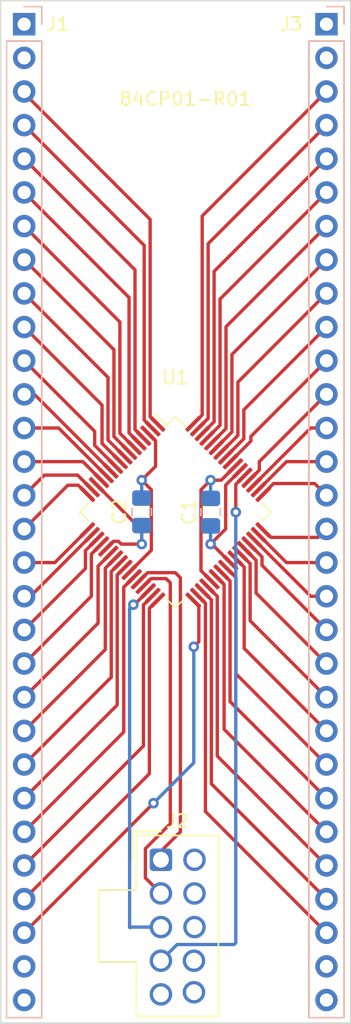
<source format=kicad_pcb>
(kicad_pcb (version 20221018) (generator pcbnew)
  (layers (0 "F.Cu" signal) (1 "In1.Cu" signal) (2 "In2.Cu" signal) (31 "B.Cu" signal) (34 "B.Paste" user) (35 "F.Paste" user) (36 "B.SilkS" user "B.Silkscreen") (37 "F.SilkS" user "F.Silkscreen") (38 "B.Mask" user) (39 "F.Mask" user) (44 "Edge.Cuts" user))
  (net 0 "")
  (net 1 "VCC")
  (net 2 "/J1-3")
  (net 3 "/J1-4")
  (net 4 "/J1-5")
  (net 5 "/J1-6")
  (net 6 "/J1-7")
  (net 7 "/J1-8")
  (net 8 "/J1-9")
  (net 9 "/J1-10")
  (net 10 "GND")
  (net 11 "/J1-11")
  (net 12 "/J1-12")
  (net 13 "/J1-13")
  (net 14 "/J1-14")
  (net 15 "/J1-15")
  (net 16 "/J1-16")
  (net 17 "/J1-17")
  (net 18 "/J1-18")
  (net 19 "/J1-19")
  (net 20 "/J1-20")
  (net 21 "/J1-21")
  (net 22 "/J1-22")
  (net 23 "/J1-23")
  (net 24 "/J1-24")
  (net 25 "/J1-25")
  (net 26 "/J1-26")
  (net 27 "/J1-27")
  (net 28 "/J1-28")
  (net 29 "Net-(J2-Pin_1)")
  (net 30 "Net-(J2-Pin_3)")
  (net 31 "Net-(J2-Pin_5)")
  (net 32 "Net-(J2-Pin_7)")
  (net 33 "/J2-3")
  (net 34 "/J2-4")
  (net 35 "/J2-5")
  (net 36 "/J2-6")
  (net 37 "/J2-7")
  (net 38 "/J2-8")
  (net 39 "/J2-9")
  (net 40 "/J2-10")
  (net 41 "/J2-11")
  (net 42 "/J2-12")
  (net 43 "/J2-13")
  (net 44 "/J2-14")
  (net 45 "/J2-15")
  (net 46 "/J2-16")
  (net 47 "/J2-17")
  (net 48 "/J2-18")
  (net 49 "/J2-19")
  (net 50 "/J2-20")
  (net 51 "/J2-21")
  (net 52 "/J2-22")
  (net 53 "/J2-23")
  (net 54 "/J2-24")
  (net 55 "/J2-25")
  (net 56 "/J2-26")
  (net 57 "/J2-27")
  (net 58 "/J2-28")
  (footprint "Connector_Molex:Molex_Nano-Fit_105310-xx10_2x05_P2.50mm_Vertical" (layer "F.Cu") (at 108.13 115.904)
    (fp_text reference "J2" (at 1.25 -2.92) (layer "F.SilkS"))
    (fp_text value "Conn_02x05_Odd_Even" hide)
    (fp_line (start -4.71 2.29) (end -4.71 5) (stroke (width 0.12)) (layer "F.SilkS"))
    (fp_line (start -4.71 7.71) (end -4.71 5) (stroke (width 0.12)) (layer "F.SilkS"))
    (fp_line (start -2.15 -2.13) (end -2.15 0) (stroke (width 0.12)) (layer "F.SilkS"))
    (fp_line (start -1.85 -1.83) (end -1.85 2.29) (stroke (width 0.12)) (layer "F.SilkS"))
    (fp_line (start -1.85 2.29) (end -4.71 2.29) (stroke (width 0.12)) (layer "F.SilkS"))
    (fp_line (start -1.85 7.71) (end -4.71 7.71) (stroke (width 0.12)) (layer "F.SilkS"))
    (fp_line (start -1.85 11.83) (end -1.85 7.71) (stroke (width 0.12)) (layer "F.SilkS"))
    (fp_line (start 0 -2.13) (end -2.15 -2.13) (stroke (width 0.12)) (layer "F.SilkS"))
    (fp_line (start 4.35 -1.83) (end -1.85 -1.83) (stroke (width 0.12)) (layer "F.SilkS"))
    (fp_line (start 4.35 5) (end 4.35 -1.83) (stroke (width 0.12)) (layer "F.SilkS"))
    (fp_line (start 4.35 5) (end 4.35 11.83) (stroke (width 0.12)) (layer "F.SilkS"))
    (fp_line (start 4.35 11.83) (end -1.85 11.83) (stroke (width 0.12)) (layer "F.SilkS"))
    (pad "" np_thru_hole circle (at -1.34 3.75) (size 1.3 1.3) (drill 1.3) (layers "*.Cu" "*.Mask"))
    (pad "1" thru_hole roundrect (at 0 0) (size 1.7 1.7) (drill 1.2) (layers "*.Cu" "*.Mask") (roundrect_rratio 0.1470588235) (net 29 "Net-(J2-Pin_1)"))
    (pad "2" thru_hole circle (at 2.54 0) (size 1.7 1.7) (drill 1.2) (layers "*.Cu" "*.Mask") (net 10 "GND"))
    (pad "3" thru_hole circle (at 0 2.54) (size 1.7 1.7) (drill 1.2) (layers "*.Cu" "*.Mask") (net 30 "Net-(J2-Pin_3)"))
    (pad "4" thru_hole circle (at 2.54 2.54) (size 1.7 1.7) (drill 1.2) (layers "*.Cu" "*.Mask") (net 10 "GND"))
    (pad "5" thru_hole circle (at 0 5.08) (size 1.7 1.7) (drill 1.2) (layers "*.Cu" "*.Mask") (net 31 "Net-(J2-Pin_5)"))
    (pad "6" thru_hole circle (at 2.54 5.08) (size 1.7 1.7) (drill 1.2) (layers "*.Cu" "*.Mask") (net 10 "GND"))
    (pad "7" thru_hole circle (at 0 7.62) (size 1.7 1.7) (drill 1.2) (layers "*.Cu" "*.Mask") (net 32 "Net-(J2-Pin_7)"))
    (pad "8" thru_hole circle (at 2.5 7.62) (size 1.7 1.7) (drill 1.2) (layers "*.Cu" "*.Mask") (net 10 "GND"))
    (pad "9" thru_hole circle (at 0 10.16) (size 1.7 1.7) (drill 1.2) (layers "*.Cu" "*.Mask") (net 10 "GND"))
    (pad "10" thru_hole circle (at 2.5 10) (size 1.7 1.7) (drill 1.2) (layers "*.Cu" "*.Mask") (net 10 "GND"))
  )
  (footprint "Package_QFP:TQFP-64_10x10mm_P0.5mm" (layer "F.Cu") (at 109.22 89.662 -45)
    (fp_text reference "U1" (at -7.184205 -7.184205) (layer "F.SilkS"))
    (fp_text value "XC9572XL-VQ64")
    (fp_line (start -5.11 -5.11) (end -5.11 -4.16) (stroke (width 0.12)) (layer "F.SilkS"))
    (fp_line (start -5.11 -4.16) (end -6.4 -4.16) (stroke (width 0.12)) (layer "F.SilkS"))
    (fp_line (start -5.11 5.11) (end -5.11 4.16) (stroke (width 0.12)) (layer "F.SilkS"))
    (fp_line (start -4.16 -5.11) (end -5.11 -5.11) (stroke (width 0.12)) (layer "F.SilkS"))
    (fp_line (start -4.16 5.11) (end -5.11 5.11) (stroke (width 0.12)) (layer "F.SilkS"))
    (fp_line (start 4.16 -5.11) (end 5.11 -5.11) (stroke (width 0.12)) (layer "F.SilkS"))
    (fp_line (start 4.16 5.11) (end 5.11 5.11) (stroke (width 0.12)) (layer "F.SilkS"))
    (fp_line (start 5.11 -5.11) (end 5.11 -4.16) (stroke (width 0.12)) (layer "F.SilkS"))
    (fp_line (start 5.11 5.11) (end 5.11 4.16) (stroke (width 0.12)) (layer "F.SilkS"))
    (pad "1" smd roundrect (at -5.6625 -3.75 315) (size 1.475 0.3) (layers "F.Cu" "F.Paste" "F.Mask") (net 2 "/J1-3"))
    (pad "2" smd roundrect (at -5.6625 -3.25 315) (size 1.475 0.3) (layers "F.Cu" "F.Paste" "F.Mask") (net 3 "/J1-4"))
    (pad "3" smd roundrect (at -5.6625 -2.75 315) (size 1.475 0.3) (layers "F.Cu" "F.Paste" "F.Mask") (net 1 "VCC"))
    (pad "4" smd roundrect (at -5.6625 -2.25 315) (size 1.475 0.3) (layers "F.Cu" "F.Paste" "F.Mask") (net 4 "/J1-5"))
    (pad "5" smd roundrect (at -5.6625 -1.75 315) (size 1.475 0.3) (layers "F.Cu" "F.Paste" "F.Mask") (net 5 "/J1-6"))
    (pad "6" smd roundrect (at -5.6625 -1.25 315) (size 1.475 0.3) (layers "F.Cu" "F.Paste" "F.Mask") (net 6 "/J1-7"))
    (pad "7" smd roundrect (at -5.6625 -0.75 315) (size 1.475 0.3) (layers "F.Cu" "F.Paste" "F.Mask") (net 7 "/J1-8"))
    (pad "8" smd roundrect (at -5.6625 -0.25 315) (size 1.475 0.3) (layers "F.Cu" "F.Paste" "F.Mask") (net 8 "/J1-9"))
    (pad "9" smd roundrect (at -5.6625 0.25 315) (size 1.475 0.3) (layers "F.Cu" "F.Paste" "F.Mask") (net 9 "/J1-10"))
    (pad "10" smd roundrect (at -5.6625 0.75 315) (size 1.475 0.3) (layers "F.Cu" "F.Paste" "F.Mask") (net 11 "/J1-11"))
    (pad "11" smd roundrect (at -5.6625 1.25 315) (size 1.475 0.3) (layers "F.Cu" "F.Paste" "F.Mask") (net 12 "/J1-12"))
    (pad "12" smd roundrect (at -5.6625 1.75 315) (size 1.475 0.3) (layers "F.Cu" "F.Paste" "F.Mask") (net 13 "/J1-13"))
    (pad "13" smd roundrect (at -5.6625 2.25 315) (size 1.475 0.3) (layers "F.Cu" "F.Paste" "F.Mask") (net 14 "/J1-14"))
    (pad "14" smd roundrect (at -5.6625 2.75 315) (size 1.475 0.3) (layers "F.Cu" "F.Paste" "F.Mask") (net 10 "GND"))
    (pad "15" smd roundrect (at -5.6625 3.25 315) (size 1.475 0.3) (layers "F.Cu" "F.Paste" "F.Mask") (net 15 "/J1-15"))
    (pad "16" smd roundrect (at -5.6625 3.75 315) (size 1.475 0.3) (layers "F.Cu" "F.Paste" "F.Mask") (net 16 "/J1-16"))
    (pad "17" smd roundrect (at -3.75 5.6625 315) (size 0.3 1.475) (layers "F.Cu" "F.Paste" "F.Mask") (net 17 "/J1-17"))
    (pad "18" smd roundrect (at -3.25 5.6625 315) (size 0.3 1.475) (layers "F.Cu" "F.Paste" "F.Mask") (net 18 "/J1-18"))
    (pad "19" smd roundrect (at -2.75 5.6625 315) (size 0.3 1.475) (layers "F.Cu" "F.Paste" "F.Mask") (net 19 "/J1-19"))
    (pad "20" smd roundrect (at -2.25 5.6625 315) (size 0.3 1.475) (layers "F.Cu" "F.Paste" "F.Mask") (net 20 "/J1-20"))
    (pad "21" smd roundrect (at -1.75 5.6625 315) (size 0.3 1.475) (layers "F.Cu" "F.Paste" "F.Mask") (net 10 "GND"))
    (pad "22" smd roundrect (at -1.25 5.6625 315) (size 0.3 1.475) (layers "F.Cu" "F.Paste" "F.Mask") (net 21 "/J1-21"))
    (pad "23" smd roundrect (at -0.75 5.6625 315) (size 0.3 1.475) (layers "F.Cu" "F.Paste" "F.Mask") (net 22 "/J1-22"))
    (pad "24" smd roundrect (at -0.25 5.6625 315) (size 0.3 1.475) (layers "F.Cu" "F.Paste" "F.Mask") (net 23 "/J1-23"))
    (pad "25" smd roundrect (at 0.25 5.6625 315) (size 0.3 1.475) (layers "F.Cu" "F.Paste" "F.Mask") (net 24 "/J1-24"))
    (pad "26" smd roundrect (at 0.75 5.6625 315) (size 0.3 1.475) (layers "F.Cu" "F.Paste" "F.Mask") (net 1 "VCC"))
    (pad "27" smd roundrect (at 1.25 5.6625 315) (size 0.3 1.475) (layers "F.Cu" "F.Paste" "F.Mask") (net 25 "/J1-25"))
    (pad "28" smd roundrect (at 1.75 5.6625 315) (size 0.3 1.475) (layers "F.Cu" "F.Paste" "F.Mask") (net 29 "Net-(J2-Pin_1)"))
    (pad "29" smd roundrect (at 2.25 5.6625 315) (size 0.3 1.475) (layers "F.Cu" "F.Paste" "F.Mask") (net 30 "Net-(J2-Pin_3)"))
    (pad "30" smd roundrect (at 2.75 5.6625 315) (size 0.3 1.475) (layers "F.Cu" "F.Paste" "F.Mask") (net 31 "Net-(J2-Pin_5)"))
    (pad "31" smd roundrect (at 3.25 5.6625 315) (size 0.3 1.475) (layers "F.Cu" "F.Paste" "F.Mask") (net 26 "/J1-26"))
    (pad "32" smd roundrect (at 3.75 5.6625 315) (size 0.3 1.475) (layers "F.Cu" "F.Paste" "F.Mask") (net 27 "/J1-27"))
    (pad "33" smd roundrect (at 5.6625 3.75 315) (size 1.475 0.3) (layers "F.Cu" "F.Paste" "F.Mask") (net 28 "/J1-28"))
    (pad "34" smd roundrect (at 5.6625 3.25 315) (size 1.475 0.3) (layers "F.Cu" "F.Paste" "F.Mask") (net 58 "/J2-28"))
    (pad "35" smd roundrect (at 5.6625 2.75 315) (size 1.475 0.3) (layers "F.Cu" "F.Paste" "F.Mask") (net 57 "/J2-27"))
    (pad "36" smd roundrect (at 5.6625 2.25 315) (size 1.475 0.3) (layers "F.Cu" "F.Paste" "F.Mask") (net 56 "/J2-26"))
    (pad "37" smd roundrect (at 5.6625 1.75 315) (size 1.475 0.3) (layers "F.Cu" "F.Paste" "F.Mask") (net 1 "VCC"))
    (pad "38" smd roundrect (at 5.6625 1.25 315) (size 1.475 0.3) (layers "F.Cu" "F.Paste" "F.Mask") (net 55 "/J2-25"))
    (pad "39" smd roundrect (at 5.6625 0.75 315) (size 1.475 0.3) (layers "F.Cu" "F.Paste" "F.Mask") (net 54 "/J2-24"))
    (pad "40" smd roundrect (at 5.6625 0.25 315) (size 1.475 0.3) (layers "F.Cu" "F.Paste" "F.Mask") (net 53 "/J2-23"))
    (pad "41" smd roundrect (at 5.6625 -0.25 315) (size 1.475 0.3) (layers "F.Cu" "F.Paste" "F.Mask") (net 10 "GND"))
    (pad "42" smd roundrect (at 5.6625 -0.75 315) (size 1.475 0.3) (layers "F.Cu" "F.Paste" "F.Mask") (net 52 "/J2-22"))
    (pad "43" smd roundrect (at 5.6625 -1.25 315) (size 1.475 0.3) (layers "F.Cu" "F.Paste" "F.Mask") (net 51 "/J2-21"))
    (pad "44" smd roundrect (at 5.6625 -1.75 315) (size 1.475 0.3) (layers "F.Cu" "F.Paste" "F.Mask") (net 50 "/J2-20"))
    (pad "45" smd roundrect (at 5.6625 -2.25 315) (size 1.475 0.3) (layers "F.Cu" "F.Paste" "F.Mask") (net 49 "/J2-19"))
    (pad "46" smd roundrect (at 5.6625 -2.75 315) (size 1.475 0.3) (layers "F.Cu" "F.Paste" "F.Mask") (net 48 "/J2-18"))
    (pad "47" smd roundrect (at 5.6625 -3.25 315) (size 1.475 0.3) (layers "F.Cu" "F.Paste" "F.Mask") (net 47 "/J2-17"))
    (pad "48" smd roundrect (at 5.6625 -3.75 315) (size 1.475 0.3) (layers "F.Cu" "F.Paste" "F.Mask") (net 46 "/J2-16"))
    (pad "49" smd roundrect (at 3.75 -5.6625 315) (size 0.3 1.475) (layers "F.Cu" "F.Paste" "F.Mask") (net 45 "/J2-15"))
    (pad "50" smd roundrect (at 3.25 -5.6625 315) (size 0.3 1.475) (layers "F.Cu" "F.Paste" "F.Mask") (net 44 "/J2-14"))
    (pad "51" smd roundrect (at 2.75 -5.6625 315) (size 0.3 1.475) (layers "F.Cu" "F.Paste" "F.Mask") (net 43 "/J2-13"))
    (pad "52" smd roundrect (at 2.25 -5.6625 315) (size 0.3 1.475) (layers "F.Cu" "F.Paste" "F.Mask") (net 42 "/J2-12"))
    (pad "53" smd roundrect (at 1.75 -5.6625 315) (size 0.3 1.475) (layers "F.Cu" "F.Paste" "F.Mask") (net 32 "Net-(J2-Pin_7)"))
    (pad "54" smd roundrect (at 1.25 -5.6625 315) (size 0.3 1.475) (layers "F.Cu" "F.Paste" "F.Mask") (net 10 "GND"))
    (pad "55" smd roundrect (at 0.75 -5.6625 315) (size 0.3 1.475) (layers "F.Cu" "F.Paste" "F.Mask") (net 1 "VCC"))
    (pad "56" smd roundrect (at 0.25 -5.6625 315) (size 0.3 1.475) (layers "F.Cu" "F.Paste" "F.Mask") (net 41 "/J2-11"))
    (pad "57" smd roundrect (at -0.25 -5.6625 315) (size 0.3 1.475) (layers "F.Cu" "F.Paste" "F.Mask") (net 40 "/J2-10"))
    (pad "58" smd roundrect (at -0.75 -5.6625 315) (size 0.3 1.475) (layers "F.Cu" "F.Paste" "F.Mask") (net 39 "/J2-9"))
    (pad "59" smd roundrect (at -1.25 -5.6625 315) (size 0.3 1.475) (layers "F.Cu" "F.Paste" "F.Mask") (net 38 "/J2-8"))
    (pad "60" smd roundrect (at -1.75 -5.6625 315) (size 0.3 1.475) (layers "F.Cu" "F.Paste" "F.Mask") (net 37 "/J2-7"))
    (pad "61" smd roundrect (at -2.25 -5.6625 315) (size 0.3 1.475) (layers "F.Cu" "F.Paste" "F.Mask") (net 36 "/J2-6"))
    (pad "62" smd roundrect (at -2.75 -5.6625 315) (size 0.3 1.475) (layers "F.Cu" "F.Paste" "F.Mask") (net 35 "/J2-5"))
    (pad "63" smd roundrect (at -3.25 -5.6625 315) (size 0.3 1.475) (layers "F.Cu" "F.Paste" "F.Mask") (net 34 "/J2-4"))
    (pad "64" smd roundrect (at -3.75 -5.6625 315) (size 0.3 1.475) (layers "F.Cu" "F.Paste" "F.Mask") (net 33 "/J2-3"))
  )
  (footprint "Capacitor_SMD:C_0805_2012Metric_Pad1.18x1.45mm_HandSolder" (layer "B.Cu") (at 106.68 89.6405 -90)
    (fp_text reference "C2" (at 0 1.68 -270) (layer "F.SilkS"))
    (fp_text value "C_Small" hide)
    (fp_line (start -0.261252 -0.735) (end 0.261252 -0.735) (stroke (width 0.12)) (layer "B.SilkS"))
    (fp_line (start -0.261252 0.735) (end 0.261252 0.735) (stroke (width 0.12)) (layer "B.SilkS"))
    (pad "1" smd roundrect (at -1.0375 0 270) (size 1.175 1.45) (layers "B.Cu" "B.Paste" "B.Mask") (roundrect_rratio 0.2127659574) (net 1 "VCC"))
    (pad "2" smd roundrect (at 1.0375 0 270) (size 1.175 1.45) (layers "B.Cu" "B.Paste" "B.Mask") (roundrect_rratio 0.2127659574) (net 10 "GND"))
  )
  (footprint "Capacitor_SMD:C_0805_2012Metric_Pad1.18x1.45mm_HandSolder" (layer "B.Cu") (at 111.887 89.662 -90)
    (fp_text reference "C1" (at 0 1.651 -270) (layer "F.SilkS"))
    (fp_text value "C_Small" hide)
    (fp_line (start -0.261252 -0.735) (end 0.261252 -0.735) (stroke (width 0.12)) (layer "B.SilkS"))
    (fp_line (start -0.261252 0.735) (end 0.261252 0.735) (stroke (width 0.12)) (layer "B.SilkS"))
    (pad "1" smd roundrect (at -1.0375 0 270) (size 1.175 1.45) (layers "B.Cu" "B.Paste" "B.Mask") (roundrect_rratio 0.2127659574) (net 1 "VCC"))
    (pad "2" smd roundrect (at 1.0375 0 270) (size 1.175 1.45) (layers "B.Cu" "B.Paste" "B.Mask") (roundrect_rratio 0.2127659574) (net 10 "GND"))
  )
  (footprint "Connector_PinHeader_2.54mm:PinHeader_1x30_P2.54mm_Vertical" (layer "B.Cu") (at 120.65 52.832 180)
    (fp_text reference "J3" (at 2.667 0) (layer "F.SilkS"))
    (fp_text value "Conn_01x30" hide)
    (fp_line (start -1.33 -74.99) (end 1.33 -74.99) (stroke (width 0.12)) (layer "B.SilkS"))
    (fp_line (start -1.33 -1.27) (end -1.33 -74.99) (stroke (width 0.12)) (layer "B.SilkS"))
    (fp_line (start -1.33 -1.27) (end 1.33 -1.27) (stroke (width 0.12)) (layer "B.SilkS"))
    (fp_line (start -1.33 0) (end -1.33 1.33) (stroke (width 0.12)) (layer "B.SilkS"))
    (fp_line (start -1.33 1.33) (end 0 1.33) (stroke (width 0.12)) (layer "B.SilkS"))
    (fp_line (start 1.33 -1.27) (end 1.33 -74.99) (stroke (width 0.12)) (layer "B.SilkS"))
    (pad "1" thru_hole rect (at 0 0 180) (size 1.7 1.7) (drill 1) (layers "*.Cu" "*.Mask") (net 1 "VCC"))
    (pad "2" thru_hole oval (at 0 -2.54 180) (size 1.7 1.7) (drill 1) (layers "*.Cu" "*.Mask") (net 1 "VCC"))
    (pad "3" thru_hole oval (at 0 -5.08 180) (size 1.7 1.7) (drill 1) (layers "*.Cu" "*.Mask") (net 33 "/J2-3"))
    (pad "4" thru_hole oval (at 0 -7.62 180) (size 1.7 1.7) (drill 1) (layers "*.Cu" "*.Mask") (net 34 "/J2-4"))
    (pad "5" thru_hole oval (at 0 -10.16 180) (size 1.7 1.7) (drill 1) (layers "*.Cu" "*.Mask") (net 35 "/J2-5"))
    (pad "6" thru_hole oval (at 0 -12.7 180) (size 1.7 1.7) (drill 1) (layers "*.Cu" "*.Mask") (net 36 "/J2-6"))
    (pad "7" thru_hole oval (at 0 -15.24 180) (size 1.7 1.7) (drill 1) (layers "*.Cu" "*.Mask") (net 37 "/J2-7"))
    (pad "8" thru_hole oval (at 0 -17.78 180) (size 1.7 1.7) (drill 1) (layers "*.Cu" "*.Mask") (net 38 "/J2-8"))
    (pad "9" thru_hole oval (at 0 -20.32 180) (size 1.7 1.7) (drill 1) (layers "*.Cu" "*.Mask") (net 39 "/J2-9"))
    (pad "10" thru_hole oval (at 0 -22.86 180) (size 1.7 1.7) (drill 1) (layers "*.Cu" "*.Mask") (net 40 "/J2-10"))
    (pad "11" thru_hole oval (at 0 -25.4 180) (size 1.7 1.7) (drill 1) (layers "*.Cu" "*.Mask") (net 41 "/J2-11"))
    (pad "12" thru_hole oval (at 0 -27.94 180) (size 1.7 1.7) (drill 1) (layers "*.Cu" "*.Mask") (net 42 "/J2-12"))
    (pad "13" thru_hole oval (at 0 -30.48 180) (size 1.7 1.7) (drill 1) (layers "*.Cu" "*.Mask") (net 43 "/J2-13"))
    (pad "14" thru_hole oval (at 0 -33.02 180) (size 1.7 1.7) (drill 1) (layers "*.Cu" "*.Mask") (net 44 "/J2-14"))
    (pad "15" thru_hole oval (at 0 -35.56 180) (size 1.7 1.7) (drill 1) (layers "*.Cu" "*.Mask") (net 45 "/J2-15"))
    (pad "16" thru_hole oval (at 0 -38.1 180) (size 1.7 1.7) (drill 1) (layers "*.Cu" "*.Mask") (net 46 "/J2-16"))
    (pad "17" thru_hole oval (at 0 -40.64 180) (size 1.7 1.7) (drill 1) (layers "*.Cu" "*.Mask") (net 47 "/J2-17"))
    (pad "18" thru_hole oval (at 0 -43.18 180) (size 1.7 1.7) (drill 1) (layers "*.Cu" "*.Mask") (net 48 "/J2-18"))
    (pad "19" thru_hole oval (at 0 -45.72 180) (size 1.7 1.7) (drill 1) (layers "*.Cu" "*.Mask") (net 49 "/J2-19"))
    (pad "20" thru_hole oval (at 0 -48.26 180) (size 1.7 1.7) (drill 1) (layers "*.Cu" "*.Mask") (net 50 "/J2-20"))
    (pad "21" thru_hole oval (at 0 -50.8 180) (size 1.7 1.7) (drill 1) (layers "*.Cu" "*.Mask") (net 51 "/J2-21"))
    (pad "22" thru_hole oval (at 0 -53.34 180) (size 1.7 1.7) (drill 1) (layers "*.Cu" "*.Mask") (net 52 "/J2-22"))
    (pad "23" thru_hole oval (at 0 -55.88 180) (size 1.7 1.7) (drill 1) (layers "*.Cu" "*.Mask") (net 53 "/J2-23"))
    (pad "24" thru_hole oval (at 0 -58.42 180) (size 1.7 1.7) (drill 1) (layers "*.Cu" "*.Mask") (net 54 "/J2-24"))
    (pad "25" thru_hole oval (at 0 -60.96 180) (size 1.7 1.7) (drill 1) (layers "*.Cu" "*.Mask") (net 55 "/J2-25"))
    (pad "26" thru_hole oval (at 0 -63.5 180) (size 1.7 1.7) (drill 1) (layers "*.Cu" "*.Mask") (net 56 "/J2-26"))
    (pad "27" thru_hole oval (at 0 -66.04 180) (size 1.7 1.7) (drill 1) (layers "*.Cu" "*.Mask") (net 57 "/J2-27"))
    (pad "28" thru_hole oval (at 0 -68.58 180) (size 1.7 1.7) (drill 1) (layers "*.Cu" "*.Mask") (net 58 "/J2-28"))
    (pad "29" thru_hole oval (at 0 -71.12 180) (size 1.7 1.7) (drill 1) (layers "*.Cu" "*.Mask") (net 10 "GND"))
    (pad "30" thru_hole oval (at 0 -73.66 180) (size 1.7 1.7) (drill 1) (layers "*.Cu" "*.Mask") (net 10 "GND"))
  )
  (footprint "Connector_PinHeader_2.54mm:PinHeader_1x30_P2.54mm_Vertical" (layer "B.Cu") (at 97.79 52.832 180)
    (fp_text reference "J1" (at -2.54 0) (layer "F.SilkS"))
    (fp_text value "Conn_01x30" hide)
    (fp_line (start -1.33 -74.99) (end 1.33 -74.99) (stroke (width 0.12)) (layer "B.SilkS"))
    (fp_line (start -1.33 -1.27) (end -1.33 -74.99) (stroke (width 0.12)) (layer "B.SilkS"))
    (fp_line (start -1.33 -1.27) (end 1.33 -1.27) (stroke (width 0.12)) (layer "B.SilkS"))
    (fp_line (start -1.33 0) (end -1.33 1.33) (stroke (width 0.12)) (layer "B.SilkS"))
    (fp_line (start -1.33 1.33) (end 0 1.33) (stroke (width 0.12)) (layer "B.SilkS"))
    (fp_line (start 1.33 -1.27) (end 1.33 -74.99) (stroke (width 0.12)) (layer "B.SilkS"))
    (pad "1" thru_hole rect (at 0 0 180) (size 1.7 1.7) (drill 1) (layers "*.Cu" "*.Mask") (net 1 "VCC"))
    (pad "2" thru_hole oval (at 0 -2.54 180) (size 1.7 1.7) (drill 1) (layers "*.Cu" "*.Mask") (net 1 "VCC"))
    (pad "3" thru_hole oval (at 0 -5.08 180) (size 1.7 1.7) (drill 1) (layers "*.Cu" "*.Mask") (net 2 "/J1-3"))
    (pad "4" thru_hole oval (at 0 -7.62 180) (size 1.7 1.7) (drill 1) (layers "*.Cu" "*.Mask") (net 3 "/J1-4"))
    (pad "5" thru_hole oval (at 0 -10.16 180) (size 1.7 1.7) (drill 1) (layers "*.Cu" "*.Mask") (net 4 "/J1-5"))
    (pad "6" thru_hole oval (at 0 -12.7 180) (size 1.7 1.7) (drill 1) (layers "*.Cu" "*.Mask") (net 5 "/J1-6"))
    (pad "7" thru_hole oval (at 0 -15.24 180) (size 1.7 1.7) (drill 1) (layers "*.Cu" "*.Mask") (net 6 "/J1-7"))
    (pad "8" thru_hole oval (at 0 -17.78 180) (size 1.7 1.7) (drill 1) (layers "*.Cu" "*.Mask") (net 7 "/J1-8"))
    (pad "9" thru_hole oval (at 0 -20.32 180) (size 1.7 1.7) (drill 1) (layers "*.Cu" "*.Mask") (net 8 "/J1-9"))
    (pad "10" thru_hole oval (at 0 -22.86 180) (size 1.7 1.7) (drill 1) (layers "*.Cu" "*.Mask") (net 9 "/J1-10"))
    (pad "11" thru_hole oval (at 0 -25.4 180) (size 1.7 1.7) (drill 1) (layers "*.Cu" "*.Mask") (net 11 "/J1-11"))
    (pad "12" thru_hole oval (at 0 -27.94 180) (size 1.7 1.7) (drill 1) (layers "*.Cu" "*.Mask") (net 12 "/J1-12"))
    (pad "13" thru_hole oval (at 0 -30.48 180) (size 1.7 1.7) (drill 1) (layers "*.Cu" "*.Mask") (net 13 "/J1-13"))
    (pad "14" thru_hole oval (at 0 -33.02 180) (size 1.7 1.7) (drill 1) (layers "*.Cu" "*.Mask") (net 14 "/J1-14"))
    (pad "15" thru_hole oval (at 0 -35.56 180) (size 1.7 1.7) (drill 1) (layers "*.Cu" "*.Mask") (net 15 "/J1-15"))
    (pad "16" thru_hole oval (at 0 -38.1 180) (size 1.7 1.7) (drill 1) (layers "*.Cu" "*.Mask") (net 16 "/J1-16"))
    (pad "17" thru_hole oval (at 0 -40.64 180) (size 1.7 1.7) (drill 1) (layers "*.Cu" "*.Mask") (net 17 "/J1-17"))
    (pad "18" thru_hole oval (at 0 -43.18 180) (size 1.7 1.7) (drill 1) (layers "*.Cu" "*.Mask") (net 18 "/J1-18"))
    (pad "19" thru_hole oval (at 0 -45.72 180) (size 1.7 1.7) (drill 1) (layers "*.Cu" "*.Mask") (net 19 "/J1-19"))
    (pad "20" thru_hole oval (at 0 -48.26 180) (size 1.7 1.7) (drill 1) (layers "*.Cu" "*.Mask") (net 20 "/J1-20"))
    (pad "21" thru_hole oval (at 0 -50.8 180) (size 1.7 1.7) (drill 1) (layers "*.Cu" "*.Mask") (net 21 "/J1-21"))
    (pad "22" thru_hole oval (at 0 -53.34 180) (size 1.7 1.7) (drill 1) (layers "*.Cu" "*.Mask") (net 22 "/J1-22"))
    (pad "23" thru_hole oval (at 0 -55.88 180) (size 1.7 1.7) (drill 1) (layers "*.Cu" "*.Mask") (net 23 "/J1-23"))
    (pad "24" thru_hole oval (at 0 -58.42 180) (size 1.7 1.7) (drill 1) (layers "*.Cu" "*.Mask") (net 24 "/J1-24"))
    (pad "25" thru_hole oval (at 0 -60.96 180) (size 1.7 1.7) (drill 1) (layers "*.Cu" "*.Mask") (net 25 "/J1-25"))
    (pad "26" thru_hole oval (at 0 -63.5 180) (size 1.7 1.7) (drill 1) (layers "*.Cu" "*.Mask") (net 26 "/J1-26"))
    (pad "27" thru_hole oval (at 0 -66.04 180) (size 1.7 1.7) (drill 1) (layers "*.Cu" "*.Mask") (net 27 "/J1-27"))
    (pad "28" thru_hole oval (at 0 -68.58 180) (size 1.7 1.7) (drill 1) (layers "*.Cu" "*.Mask") (net 28 "/J1-28"))
    (pad "29" thru_hole oval (at 0 -71.12 180) (size 1.7 1.7) (drill 1) (layers "*.Cu" "*.Mask") (net 10 "GND"))
    (pad "30" thru_hole oval (at 0 -73.66 180) (size 1.7 1.7) (drill 1) (layers "*.Cu" "*.Mask") (net 10 "GND"))
  )
  (gr_rect (start 96.012 51.054) (end 122.479 128.232) (stroke (width 0.1)) (fill none) (layer "Edge.Cuts"))
  (gr_text "84CP01-R01" (at 104.902 59.055) (layer "F.SilkS") (effects (font (size 1 1)) (justify left bottom)))
  (segment (start 112.69366 87.249) (end 113.754322 86.188338) (width 0.25) (layer "F.Cu") (net 1))
  (segment (start 105.746338 94.196322) (end 107.405 92.53766) (width 0.25) (layer "F.Cu") (net 1))
  (segment (start 111.887 87.249) (end 112.69366 87.249) (width 0.25) (layer "F.Cu") (net 1))
  (segment (start 111.162 87.974) (end 111.887 87.249) (width 0.25) (layer "F.Cu") (net 1))
  (segment (start 107.728489 86.200511) (end 107.728489 84.281402) (width 0.25) (layer "F.Cu") (net 1))
  (segment (start 111.986555 94.903429) (end 111.162 94.078874) (width 0.25) (layer "F.Cu") (net 1))
  (segment (start 111.162 94.078874) (end 111.162 87.974) (width 0.25) (layer "F.Cu") (net 1))
  (segment (start 106.68 87.249) (end 107.728489 86.200511) (width 0.25) (layer "F.Cu") (net 1))
  (segment (start 107.405 87.974) (end 106.68 87.249) (width 0.25) (layer "F.Cu") (net 1))
  (segment (start 107.728489 84.281402) (end 107.160551 83.713464) (width 0.25) (layer "F.Cu") (net 1))
  (segment (start 107.405 92.53766) (end 107.405 87.974) (width 0.25) (layer "F.Cu") (net 1))
  (via (at 106.68 87.249) (size 0.8) (drill 0.4) (layers "F.Cu" "B.Cu") (net 1))
  (via (at 111.887 87.249) (size 0.8) (drill 0.4) (layers "F.Cu" "B.Cu") (net 1))
  (segment (start 111.887 88.6245) (end 111.887 87.249) (width 0.25) (layer "B.Cu") (net 1))
  (segment (start 106.68 87.249) (end 106.68 88.603) (width 0.25) (layer "B.Cu") (net 1))
  (segment (start 97.79 58.039) (end 97.79 57.912) (width 0.25) (layer "F.Cu") (net 2))
  (segment (start 107.315 67.564) (end 97.79 58.039) (width 0.25) (layer "F.Cu") (net 2))
  (segment (start 107.867658 83.006357) (end 107.315 82.453699) (width 0.25) (layer "F.Cu") (net 2))
  (segment (start 107.315 82.453699) (end 107.315 67.564) (width 0.25) (layer "F.Cu") (net 2))
  (segment (start 107.514105 83.359911) (end 106.865 82.710806) (width 0.25) (layer "F.Cu") (net 3))
  (segment (start 106.865 69.527) (end 97.79 60.452) (width 0.25) (layer "F.Cu") (net 3))
  (segment (start 106.865 82.710806) (end 106.865 69.527) (width 0.25) (layer "F.Cu") (net 3))
  (segment (start 106.172 71.374) (end 97.79 62.992) (width 0.25) (layer "F.Cu") (net 4))
  (segment (start 106.806998 84.067018) (end 106.172 83.43202) (width 0.25) (layer "F.Cu") (net 4))
  (segment (start 106.172 83.43202) (end 106.172 71.374) (width 0.25) (layer "F.Cu") (net 4))
  (segment (start 105.722 83.689126) (end 105.722 73.464) (width 0.25) (layer "F.Cu") (net 5))
  (segment (start 106.453445 84.420571) (end 105.722 83.689126) (width 0.25) (layer "F.Cu") (net 5))
  (segment (start 105.722 73.464) (end 97.79 65.532) (width 0.25) (layer "F.Cu") (net 5))
  (segment (start 105.029 83.703233) (end 105.029 75.311) (width 0.25) (layer "F.Cu") (net 6))
  (segment (start 105.029 75.311) (end 97.79 68.072) (width 0.25) (layer "F.Cu") (net 6))
  (segment (start 106.099891 84.774124) (end 105.029 83.703233) (width 0.25) (layer "F.Cu") (net 6))
  (segment (start 105.746338 85.127678) (end 104.579 83.96034) (width 0.25) (layer "F.Cu") (net 7))
  (segment (start 104.579 83.96034) (end 104.579 77.401) (width 0.25) (layer "F.Cu") (net 7))
  (segment (start 104.579 77.401) (end 97.79 70.612) (width 0.25) (layer "F.Cu") (net 7))
  (segment (start 105.392785 85.481231) (end 104.129 84.217446) (width 0.25) (layer "F.Cu") (net 8))
  (segment (start 104.129 84.217446) (end 104.129 79.491) (width 0.25) (layer "F.Cu") (net 8))
  (segment (start 104.129 79.491) (end 97.79 73.152) (width 0.25) (layer "F.Cu") (net 8))
  (segment (start 105.039231 85.834785) (end 103.679 84.474554) (width 0.25) (layer "F.Cu") (net 9))
  (segment (start 103.679 84.474554) (end 103.679 81.581) (width 0.25) (layer "F.Cu") (net 9))
  (segment (start 103.679 81.581) (end 97.79 75.692) (width 0.25) (layer "F.Cu") (net 9))
  (segment (start 103.271464 87.602551) (end 106.68 91.011087) (width 0.25) (layer "F.Cu") (net 10))
  (segment (start 105.537 92.075) (end 106.68 92.075) (width 0.25) (layer "F.Cu") (net 10))
  (segment (start 111.986554 92.075) (end 113.400769 93.489215) (width 0.25) (layer "F.Cu") (net 10))
  (segment (start 106.68 91.011087) (end 106.68 92.075) (width 0.25) (layer "F.Cu") (net 10))
  (segment (start 103.978571 92.428555) (end 104.546508 91.860618) (width 0.25) (layer "F.Cu") (net 10))
  (segment (start 104.913235 91.860618) (end 105.127617 92.075) (width 0.25) (layer "F.Cu") (net 10))
  (segment (start 105.127617 92.075) (end 105.537 92.075) (width 0.25) (layer "F.Cu") (net 10))
  (segment (start 104.546508 91.860618) (end 104.913235 91.860618) (width 0.25) (layer "F.Cu") (net 10))
  (segment (start 114.107876 86.541891) (end 114.107876 86.552124) (width 0.25) (layer "F.Cu") (net 10))
  (segment (start 114.107876 86.541891) (end 113.03 87.619767) (width 0.25) (layer "F.Cu") (net 10))
  (segment (start 111.887 92.075) (end 111.986554 92.075) (width 0.25) (layer "F.Cu") (net 10))
  (segment (start 113.03 87.619767) (end 113.03 90.932) (width 0.25) (layer "F.Cu") (net 10))
  (segment (start 113.03 90.932) (end 111.887 92.075) (width 0.25) (layer "F.Cu") (net 10))
  (via (at 106.68 92.075) (size 0.8) (drill 0.4) (layers "F.Cu" "B.Cu") (net 10))
  (via (at 111.887 92.075) (size 0.8) (drill 0.4) (layers "F.Cu" "B.Cu") (net 10))
  (segment (start 106.68 92.075) (end 106.68 90.678) (width 0.25) (layer "B.Cu") (net 10))
  (segment (start 111.887 92.075) (end 111.887 90.6995) (width 0.25) (layer "B.Cu") (net 10))
  (segment (start 103.124 84.62666) (end 103.124 83.566) (width 0.25) (layer "F.Cu") (net 11))
  (segment (start 104.685678 86.188338) (end 103.124 84.62666) (width 0.25) (layer "F.Cu") (net 11))
  (segment (start 103.124 83.566) (end 97.79 78.232) (width 0.25) (layer "F.Cu") (net 11))
  (segment (start 98.562233 80.772) (end 97.79 80.772) (width 0.25) (layer "F.Cu") (net 12))
  (segment (start 104.332124 86.541891) (end 98.562233 80.772) (width 0.25) (layer "F.Cu") (net 12))
  (segment (start 100.395126 83.312) (end 97.79 83.312) (width 0.25) (layer "F.Cu") (net 13))
  (segment (start 103.978571 86.895445) (end 100.395126 83.312) (width 0.25) (layer "F.Cu") (net 13))
  (segment (start 102.22802 85.852) (end 97.79 85.852) (width 0.25) (layer "F.Cu") (net 14))
  (segment (start 103.625018 87.248998) (end 102.22802 85.852) (width 0.25) (layer "F.Cu") (net 14))
  (segment (start 101.829806 86.868) (end 99.314 86.868) (width 0.25) (layer "F.Cu") (net 15))
  (segment (start 102.917911 87.956105) (end 101.829806 86.868) (width 0.25) (layer "F.Cu") (net 15))
  (segment (start 99.314 86.868) (end 97.79 88.392) (width 0.25) (layer "F.Cu") (net 15))
  (segment (start 101.092 87.63) (end 97.79 90.932) (width 0.25) (layer "F.Cu") (net 16))
  (segment (start 101.884699 87.63) (end 101.092 87.63) (width 0.25) (layer "F.Cu") (net 16))
  (segment (start 102.564357 88.309658) (end 101.884699 87.63) (width 0.25) (layer "F.Cu") (net 16))
  (segment (start 100.106699 93.472) (end 97.79 93.472) (width 0.25) (layer "F.Cu") (net 17))
  (segment (start 102.564357 91.014342) (end 100.106699 93.472) (width 0.25) (layer "F.Cu") (net 17))
  (segment (start 102.917911 91.367895) (end 98.273806 96.012) (width 0.25) (layer "F.Cu") (net 18))
  (segment (start 98.273806 96.012) (end 97.79 96.012) (width 0.25) (layer "F.Cu") (net 18))
  (segment (start 103.271464 91.721449) (end 102.42 92.572913) (width 0.25) (layer "F.Cu") (net 19))
  (segment (start 102.42 92.572913) (end 102.42 93.922) (width 0.25) (layer "F.Cu") (net 19))
  (segment (start 102.42 93.922) (end 97.79 98.552) (width 0.25) (layer "F.Cu") (net 19))
  (segment (start 102.87 96.012) (end 97.79 101.092) (width 0.25) (layer "F.Cu") (net 20))
  (segment (start 102.87 92.83002) (end 102.87 96.012) (width 0.25) (layer "F.Cu") (net 20))
  (segment (start 103.625018 92.075002) (end 102.87 92.83002) (width 0.25) (layer "F.Cu") (net 20))
  (segment (start 104.332124 92.782109) (end 103.378 93.736233) (width 0.25) (layer "F.Cu") (net 21))
  (segment (start 103.378 93.736233) (end 103.378 98.044) (width 0.25) (layer "F.Cu") (net 21))
  (segment (start 103.378 98.044) (end 97.79 103.632) (width 0.25) (layer "F.Cu") (net 21))
  (segment (start 103.924847 100.037153) (end 97.79 106.172) (width 0.25) (layer "F.Cu") (net 22))
  (segment (start 104.685678 93.135662) (end 103.924847 93.896493) (width 0.25) (layer "F.Cu") (net 22))
  (segment (start 103.924847 93.896493) (end 103.924847 100.037153) (width 0.25) (layer "F.Cu") (net 22))
  (segment (start 104.374847 94.153599) (end 104.374847 102.127153) (width 0.25) (layer "F.Cu") (net 23))
  (segment (start 105.039231 93.489215) (end 104.374847 94.153599) (width 0.25) (layer "F.Cu") (net 23))
  (segment (start 104.374847 102.127153) (end 97.79 108.712) (width 0.25) (layer "F.Cu") (net 23))
  (segment (start 104.824847 94.410707) (end 104.824847 104.217153) (width 0.25) (layer "F.Cu") (net 24))
  (segment (start 105.392785 93.842769) (end 104.824847 94.410707) (width 0.25) (layer "F.Cu") (net 24))
  (segment (start 104.824847 104.217153) (end 97.79 111.252) (width 0.25) (layer "F.Cu") (net 24))
  (segment (start 106.099891 94.549876) (end 105.32 95.329767) (width 0.25) (layer "F.Cu") (net 25))
  (segment (start 105.32 95.329767) (end 105.32 106.262) (width 0.25) (layer "F.Cu") (net 25))
  (segment (start 105.32 106.262) (end 97.79 113.792) (width 0.25) (layer "F.Cu") (net 25))
  (segment (start 106.807 107.315) (end 97.79 116.332) (width 0.25) (layer "F.Cu") (net 26))
  (segment (start 107.514105 95.964089) (end 106.807 96.671194) (width 0.25) (layer "F.Cu") (net 26))
  (segment (start 106.807 96.671194) (end 106.807 107.315) (width 0.25) (layer "F.Cu") (net 26))
  (segment (start 107.257 96.928301) (end 107.257 109.405) (width 0.25) (layer "F.Cu") (net 27))
  (segment (start 107.867658 96.317643) (end 107.257 96.928301) (width 0.25) (layer "F.Cu") (net 27))
  (segment (start 107.257 109.405) (end 97.79 118.872) (width 0.25) (layer "F.Cu") (net 27))
  (segment (start 110.998 99.441) (end 110.617 99.822) (width 0.25) (layer "F.Cu") (net 28))
  (segment (start 110.998 96.743301) (end 110.998 99.441) (width 0.25) (layer "F.Cu") (net 28))
  (segment (start 107.569 111.633) (end 97.79 121.412) (width 0.25) (layer "F.Cu") (net 28))
  (segment (start 110.572342 96.317643) (end 110.998 96.743301) (width 0.25) (layer "F.Cu") (net 28))
  (via (at 110.617 99.822) (size 0.8) (drill 0.4) (layers "F.Cu" "B.Cu") (net 28))
  (via (at 107.569 111.633) (size 0.8) (drill 0.4) (layers "F.Cu" "B.Cu") (net 28))
  (segment (start 107.569 111.633) (end 110.617 108.585) (width 0.25) (layer "B.Cu") (net 28))
  (segment (start 110.617 108.585) (end 110.617 99.822) (width 0.25) (layer "B.Cu") (net 28))
  (segment (start 108.13 115.904) (end 108.13 115.263) (width 0.25) (layer "F.Cu") (net 29))
  (segment (start 109.601 94.615) (end 109.22 94.234) (width 0.25) (layer "F.Cu") (net 29))
  (segment (start 109.22 94.234) (end 107.122874 94.234) (width 0.25) (layer "F.Cu") (net 29))
  (segment (start 107.122874 94.234) (end 106.453445 94.903429) (width 0.25) (layer "F.Cu") (net 29))
  (segment (start 109.601 113.792) (end 109.601 94.615) (width 0.25) (layer "F.Cu") (net 29))
  (segment (start 108.13 115.263) (end 109.601 113.792) (width 0.25) (layer "F.Cu") (net 29))
  (segment (start 107.37998 94.684) (end 108.527 94.684) (width 0.25) (layer "F.Cu") (net 30))
  (segment (start 108.839 113.284) (end 108.736827 113.284) (width 0.25) (layer "F.Cu") (net 30))
  (segment (start 108.736827 113.284) (end 106.955 115.065827) (width 0.25) (layer "F.Cu") (net 30))
  (segment (start 106.955 115.065827) (end 106.955 117.269) (width 0.25) (layer "F.Cu") (net 30))
  (segment (start 108.527 94.684) (end 108.839 94.996) (width 0.25) (layer "F.Cu") (net 30))
  (segment (start 106.955 117.269) (end 108.13 118.444) (width 0.25) (layer "F.Cu") (net 30))
  (segment (start 108.839 94.996) (end 108.839 113.284) (width 0.25) (layer "F.Cu") (net 30))
  (segment (start 106.806998 95.256982) (end 107.37998 94.684) (width 0.25) (layer "F.Cu") (net 30))
  (segment (start 107.160551 95.610536) (end 106.124087 96.647) (width 0.25) (layer "F.Cu") (net 31))
  (segment (start 106.124087 96.647) (end 106.045 96.647) (width 0.25) (layer "F.Cu") (net 31))
  (via (at 106.045 96.647) (size 0.8) (drill 0.4) (layers "F.Cu" "B.Cu") (net 31))
  (segment (start 106.045 96.647) (end 105.765 96.927) (width 0.25) (layer "B.Cu") (net 31))
  (segment (start 105.791 121.031) (end 105.838 120.984) (width 0.25) (layer "B.Cu") (net 31))
  (segment (start 105.765 96.927) (end 105.765 121.005) (width 0.25) (layer "B.Cu") (net 31))
  (segment (start 105.765 121.005) (end 105.791 121.031) (width 0.25) (layer "B.Cu") (net 31))
  (segment (start 105.838 120.984) (end 108.13 120.984) (width 0.25) (layer "B.Cu") (net 31))
  (segment (start 113.792 87.564874) (end 113.792 89.662) (width 0.25) (layer "F.Cu") (net 32))
  (segment (start 114.461429 86.895445) (end 113.792 87.564874) (width 0.25) (layer "F.Cu") (net 32))
  (via (at 113.792 89.662) (size 0.8) (drill 0.4) (layers "F.Cu" "B.Cu") (net 32))
  (segment (start 109.353 122.301) (end 108.13 123.524) (width 0.25) (layer "B.Cu") (net 32))
  (segment (start 113.665 122.301) (end 109.353 122.301) (width 0.25) (layer "B.Cu") (net 32))
  (segment (start 113.792 122.174) (end 113.665 122.301) (width 0.25) (layer "B.Cu") (net 32))
  (segment (start 113.792 89.662) (end 113.792 122.174) (width 0.25) (layer "B.Cu") (net 32))
  (segment (start 111.252 82.326699) (end 111.252 67.31) (width 0.25) (layer "F.Cu") (net 33))
  (segment (start 111.252 67.31) (end 120.65 57.912) (width 0.25) (layer "F.Cu") (net 33))
  (segment (start 110.572342 83.006357) (end 111.252 82.326699) (width 0.25) (layer "F.Cu") (net 33))
  (segment (start 111.702 82.583806) (end 111.702 69.4) (width 0.25) (layer "F.Cu") (net 34))
  (segment (start 110.925895 83.359911) (end 111.702 82.583806) (width 0.25) (layer "F.Cu") (net 34))
  (segment (start 111.702 69.4) (end 120.65 60.452) (width 0.25) (layer "F.Cu") (net 34))
  (segment (start 111.279449 83.713464) (end 112.152 82.840913) (width 0.25) (layer "F.Cu") (net 35))
  (segment (start 112.152 71.49) (end 120.65 62.992) (width 0.25) (layer "F.Cu") (net 35))
  (segment (start 112.152 82.840913) (end 112.152 71.49) (width 0.25) (layer "F.Cu") (net 35))
  (segment (start 112.602 83.09802) (end 112.602 73.58) (width 0.25) (layer "F.Cu") (net 36))
  (segment (start 112.602 73.58) (end 120.65 65.532) (width 0.25) (layer "F.Cu") (net 36))
  (segment (start 111.633002 84.067018) (end 112.602 83.09802) (width 0.25) (layer "F.Cu") (net 36))
  (segment (start 111.986555 84.420571) (end 113.052 83.355126) (width 0.25) (layer "F.Cu") (net 37))
  (segment (start 113.052 83.355126) (end 113.052 75.67) (width 0.25) (layer "F.Cu") (net 37))
  (segment (start 113.052 75.67) (end 120.65 68.072) (width 0.25) (layer "F.Cu") (net 37))
  (segment (start 113.502 83.612233) (end 113.502 77.76) (width 0.25) (layer "F.Cu") (net 38))
  (segment (start 112.340109 84.774124) (end 113.502 83.612233) (width 0.25) (layer "F.Cu") (net 38))
  (segment (start 113.502 77.76) (end 120.65 70.612) (width 0.25) (layer "F.Cu") (net 38))
  (segment (start 112.693662 85.127678) (end 113.952 83.86934) (width 0.25) (layer "F.Cu") (net 39))
  (segment (start 113.952 79.85) (end 120.65 73.152) (width 0.25) (layer "F.Cu") (net 39))
  (segment (start 113.952 83.86934) (end 113.952 79.85) (width 0.25) (layer "F.Cu") (net 39))
  (segment (start 113.047215 85.481231) (end 114.402 84.126446) (width 0.25) (layer "F.Cu") (net 40))
  (segment (start 114.402 81.94) (end 120.65 75.692) (width 0.25) (layer "F.Cu") (net 40))
  (segment (start 114.402 84.126446) (end 114.402 81.94) (width 0.25) (layer "F.Cu") (net 40))
  (segment (start 113.400769 85.834785) (end 114.935 84.300554) (width 0.25) (layer "F.Cu") (net 41))
  (segment (start 114.935 84.300554) (end 114.935 83.947) (width 0.25) (layer "F.Cu") (net 41))
  (segment (start 114.935 83.947) (end 120.65 78.232) (width 0.25) (layer "F.Cu") (net 41))
  (segment (start 115.57 85.852) (end 120.65 80.772) (width 0.25) (layer "F.Cu") (net 42))
  (segment (start 120.65 81.41398) (end 120.65 80.772) (width 0.25) (layer "F.Cu") (net 42))
  (segment (start 115.57 86.49398) (end 115.57 85.852) (width 0.25) (layer "F.Cu") (net 42))
  (segment (start 114.814982 87.248998) (end 115.57 86.49398) (width 0.25) (layer "F.Cu") (net 42))
  (segment (start 115.168536 87.602551) (end 119.459087 83.312) (width 0.25) (layer "F.Cu") (net 43))
  (segment (start 119.459087 83.312) (end 120.65 83.312) (width 0.25) (layer "F.Cu") (net 43))
  (segment (start 117.626194 85.852) (end 120.65 85.852) (width 0.25) (layer "F.Cu") (net 44))
  (segment (start 115.522089 87.956105) (end 117.626194 85.852) (width 0.25) (layer "F.Cu") (net 44))
  (segment (start 116.646946 87.503) (end 119.761 87.503) (width 0.25) (layer "F.Cu") (net 45))
  (segment (start 115.875643 88.309658) (end 115.875643 88.274303) (width 0.25) (layer "F.Cu") (net 45))
  (segment (start 119.761 87.503) (end 120.65 88.392) (width 0.25) (layer "F.Cu") (net 45))
  (segment (start 115.875643 88.274303) (end 116.646946 87.503) (width 0.25) (layer "F.Cu") (net 45))
  (segment (start 120.015 91.567) (end 120.65 90.932) (width 0.25) (layer "F.Cu") (net 46))
  (segment (start 116.459 91.567) (end 120.015 91.567) (width 0.25) (layer "F.Cu") (net 46))
  (segment (start 115.906342 91.014342) (end 116.459 91.567) (width 0.25) (layer "F.Cu") (net 46))
  (segment (start 115.875643 91.014342) (end 115.906342 91.014342) (width 0.25) (layer "F.Cu") (net 46))
  (segment (start 115.522089 91.367895) (end 117.626194 93.472) (width 0.25) (layer "F.Cu") (net 47))
  (segment (start 117.626194 93.472) (end 120.65 93.472) (width 0.25) (layer "F.Cu") (net 47))
  (segment (start 115.168536 91.721449) (end 119.459087 96.012) (width 0.25) (layer "F.Cu") (net 48))
  (segment (start 119.459087 96.012) (end 120.65 96.012) (width 0.25) (layer "F.Cu") (net 48))
  (segment (start 115.777 93.679) (end 120.65 98.552) (width 0.25) (layer "F.Cu") (net 49))
  (segment (start 115.777 93.03702) (end 115.777 93.679) (width 0.25) (layer "F.Cu") (net 49))
  (segment (start 114.814982 92.075002) (end 115.777 93.03702) (width 0.25) (layer "F.Cu") (net 49))
  (segment (start 115.327 93.294126) (end 115.327 95.769) (width 0.25) (layer "F.Cu") (net 50))
  (segment (start 114.461429 92.428555) (end 115.327 93.294126) (width 0.25) (layer "F.Cu") (net 50))
  (segment (start 115.327 95.769) (end 120.65 101.092) (width 0.25) (layer "F.Cu") (net 50))
  (segment (start 114.877 97.859) (end 120.65 103.632) (width 0.25) (layer "F.Cu") (net 51))
  (segment (start 114.107876 92.782109) (end 114.877 93.551233) (width 0.25) (layer "F.Cu") (net 51))
  (segment (start 114.877 93.551233) (end 114.877 97.859) (width 0.25) (layer "F.Cu") (net 51))
  (segment (start 113.754322 93.135662) (end 114.427 93.80834) (width 0.25) (layer "F.Cu") (net 52))
  (segment (start 114.427 93.80834) (end 114.427 99.949) (width 0.25) (layer "F.Cu") (net 52))
  (segment (start 114.427 99.949) (end 120.65 106.172) (width 0.25) (layer "F.Cu") (net 52))
  (segment (start 113.808046 94.6036) (end 113.808046 101.870046) (width 0.25) (layer "F.Cu") (net 53))
  (segment (start 113.808046 101.870046) (end 120.65 108.712) (width 0.25) (layer "F.Cu") (net 53))
  (segment (start 113.047215 93.842769) (end 113.808046 94.6036) (width 0.25) (layer "F.Cu") (net 53))
  (segment (start 113.358046 103.960046) (end 120.65 111.252) (width 0.25) (layer "F.Cu") (net 54))
  (segment (start 113.358046 94.860706) (end 113.358046 103.960046) (width 0.25) (layer "F.Cu") (net 54))
  (segment (start 112.693662 94.196322) (end 113.358046 94.860706) (width 0.25) (layer "F.Cu") (net 54))
  (segment (start 112.908046 106.050046) (end 120.65 113.792) (width 0.25) (layer "F.Cu") (net 55))
  (segment (start 112.908046 95.117813) (end 112.908046 106.050046) (width 0.25) (layer "F.Cu") (net 55))
  (segment (start 112.340109 94.549876) (end 112.908046 95.117813) (width 0.25) (layer "F.Cu") (net 55))
  (segment (start 112.393833 108.075833) (end 120.65 116.332) (width 0.25) (layer "F.Cu") (net 56))
  (segment (start 111.633002 95.256982) (end 112.393833 96.017813) (width 0.25) (layer "F.Cu") (net 56))
  (segment (start 112.393833 96.017813) (end 112.393833 108.075833) (width 0.25) (layer "F.Cu") (net 56))
  (segment (start 111.943833 110.165833) (end 120.65 118.872) (width 0.25) (layer "F.Cu") (net 57))
  (segment (start 111.279449 95.610536) (end 111.943833 96.27492) (width 0.25) (layer "F.Cu") (net 57))
  (segment (start 111.943833 96.27492) (end 111.943833 110.165833) (width 0.25) (layer "F.Cu") (net 57))
  (segment (start 111.493833 112.255833) (end 120.65 121.412) (width 0.25) (layer "F.Cu") (net 58))
  (segment (start 111.493833 96.532027) (end 111.493833 112.255833) (width 0.25) (layer "F.Cu") (net 58))
  (segment (start 110.925895 95.964089) (end 111.493833 96.532027) (width 0.25) (layer "F.Cu") (net 58))
)
</source>
